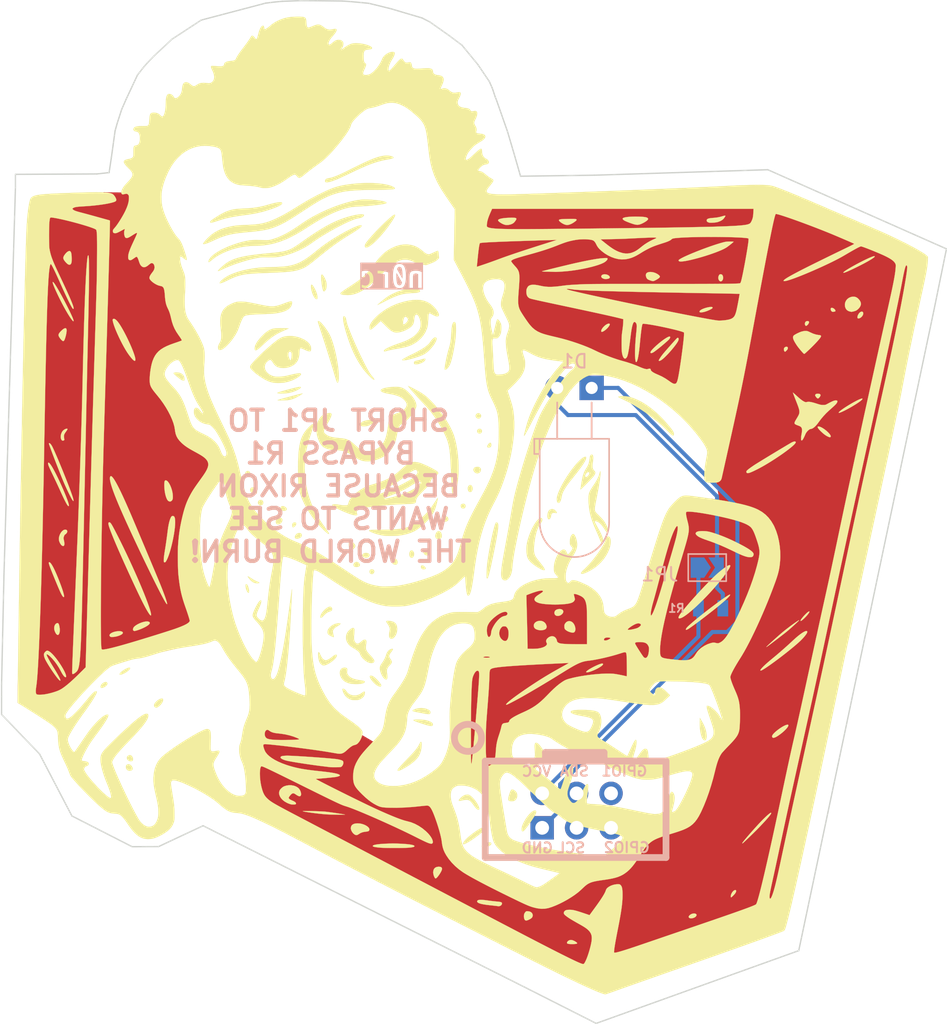
<source format=kicad_pcb>
(kicad_pcb (version 20211014) (generator pcbnew)
  (layers (0 "F.Cu" signal) (31 "B.Cu" signal) (34 "B.Paste" user) (35 "F.Paste" user) (36 "B.SilkS" user "B.Silkscreen") (37 "F.SilkS" user "F.Silkscreen") (38 "B.Mask" user) (39 "F.Mask" user) (44 "Edge.Cuts" user))
  (net 0 "")
  (net 5 "Net-(D1-Pad1)")
  (net 6 "Net-(D1-Pad2)")
  (net 7 "Net-(R1-Pad1)")
  (footprint "BadgePiratesFootprint:Badgelife-SAOv169-BADGE-2x3_Back" (layer "F.Cu") (at 120.25 117.75)
    (fp_text reference "X1" hide)
    (fp_text value locked "Badgelife_sao_connector_v169bis" hide)
    (fp_text user "GND" (at -2.5146 2.667) (layer "B.SilkS") (effects (font (size 0.75 0.75)) (justify mirror)))
    (fp_text user "SCL" (at -0.0254 2.667) (layer "B.SilkS") (effects (font (size 0.75 0.75)) (justify mirror)))
    (fp_text user "GPIO1" (at 3.9116 -2.9972) (layer "B.SilkS") (effects (font (size 0.75 0.75)) (justify mirror)))
    (fp_text user "VCC" (at -2.5654 -2.9718) (layer "B.SilkS") (effects (font (size 0.75 0.75)) (justify mirror)))
    (fp_text user "SDA" (at 0.2286 -2.9972) (layer "B.SilkS") (effects (font (size 0.75 0.75)) (justify mirror)))
    (fp_text user "GPIO2" (at 4.0894 2.6416) (layer "B.SilkS") (effects (font (size 0.75 0.75)) (justify mirror)))
    (pad "1" thru_hole oval locked (at -2.1498 -1.3516 270) (size 1.7272 1.7272) (drill 1.016) (layers *.Cu *.Mask) (net 7 "Net-(R1-Pad1)"))
    (pad "2" thru_hole rect locked (at -2.1498 1.1884 270) (size 1.7272 1.7272) (drill 1.016) (layers *.Cu *.Mask) (net 5 "Net-(D1-Pad1)"))
    (pad "3" thru_hole oval locked (at 0.3902 -1.3516 270) (size 1.7272 1.7272) (drill 1.016) (layers *.Cu *.Mask))
    (pad "4" thru_hole oval locked (at 0.3902 1.1884 270) (size 1.7272 1.7272) (drill 1.016) (layers *.Cu *.Mask))
    (pad "5" thru_hole circle locked (at 2.9302 -1.3516 270) (size 1.7272 1.7272) (drill 1.016) (layers *.Cu *.Mask))
    (pad "6" thru_hole circle locked (at 2.9302 1.1884 270) (size 1.7272 1.7272) (drill 1.016) (layers *.Cu *.Mask))
  )
  (footprint "LOGO" (layer "F.Cu") (at 111.204517 95.790781)
    (fp_text reference "G***" hide)
    (fp_text value "LOGO" hide)
  )
  (footprint "LOGO" (layer "F.Cu") (at 111.204517 95.790781)
    (fp_text reference "G***" hide)
    (fp_text value "LOGO" hide)
    (fp_poly (pts (xy 28.659666 -21.437729) (xy 29.090551 -21.24591) (xy 29.515339 -21.056783) (xy 29.932097 -20.871212) (xy 30.338893 -20.690056) (xy 30.733793 -20.514178) (xy 31.114864 -20.344439) (xy 31.480173 -20.181701) (xy 31.827788 -20.026824) (xy 32.155774 -19.880671) (xy 32.462199 -19.744103) (xy 32.74513 -19.617981) (xy 33.002634 -19.503167) (xy 33.232778 -19.400522) (xy 33.433628 -19.310907) (xy 33.603252 -19.235185) (xy 33.739716 -19.174216) (xy 33.841087 -19.128862) (xy 33.898416 -19.103143) (xy 34.047566 -19.036095) (xy 34.190426 -18.971943) (xy 34.320596 -18.913555) (xy 34.431672 -18.863802) (xy 34.517253 -18.825554) (xy 34.570936 -18.801679) (xy 34.572574 -18.800956) (xy 34.696398 -18.746298) (xy 34.682623 -18.660024) (xy 34.67459 -18.616649) (xy 34.657928 -18.532881) (xy 34.632853 -18.409727) (xy 34.599577 -18.248193) (xy 34.558315 -18.049286) (xy 34.509281 -17.814012) (xy 34.45269 -17.543379) (xy 34.388755 -17.238392) (xy 34.317691 -16.900059) (xy 34.239711 -16.529385) (xy 34.155031 -16.127378) (xy 34.063864 -15.695045) (xy 33.966424 -15.233391) (xy 33.862925 -14.743423) (xy 33.753583 -14.226148) (xy 33.63861 -13.682573) (xy 33.518221 -13.113704) (xy 33.39263 -12.520548) (xy 33.262051 -11.904111) (xy 33.126699 -11.2654) (xy 32.986787 -10.605422) (xy 32.842531 -9.925183) (xy 32.694143 -9.22569) (xy 32.541838 -8.507949) (xy 32.385831 -7.772967) (xy 32.226335 -7.021751) (xy 32.063564 -6.255307) (xy 31.897733 -5.474642) (xy 31.729057 -4.680762) (xy 31.557748 -3.874674) (xy 31.384021 -3.057385) (xy 31.208091 -2.229901) (xy 31.030172 -1.393229) (xy 30.850477 -0.548376) (xy 30.669221 0.303653) (xy 30.486618 1.16185) (xy 30.302883 2.025208) (xy 30.118228 2.892722) (xy 29.93287 3.763384) (xy 29.74702 4.636188) (xy 29.560895 5.510128) (xy 29.374708 6.384196) (xy 29.188673 7.257386) (xy 29.003004 8.128692) (xy 28.817916 8.997107) (xy 28.633623 9.861624) (xy 28.450338 10.721237) (xy 28.268276 11.574939) (xy 28.087652 12.421723) (xy 27.908679 13.260583) (xy 27.731571 14.090512) (xy 27.556543 14.910504) (xy 27.383809 15.719553) (xy 27.213582 16.51665) (xy 27.046078 17.300791) (xy 26.88151 18.070967) (xy 26.720093 18.826174) (xy 26.56204 19.565403) (xy 26.407566 20.287649) (xy 26.256885 20.991905) (xy 26.110211 21.677163) (xy 25.967758 22.342419) (xy 25.829741 22.986664) (xy 25.696373 23.608893) (xy 25.567869 24.208099) (xy 25.444443 24.783275) (xy 25.326309 25.333415) (xy 25.213682 25.857511) (xy 25.106774 26.354558) (xy 25.005801 26.823549) (xy 24.995561 26.871083) (xy 24.920758 27.218183) (xy 24.85431 27.52625) (xy 24.795693 27.797642) (xy 24.744387 28.034719) (xy 24.699867 28.239838) (xy 24.661613 28.415359) (xy 24.629102 28.563641) (xy 24.601812 28.687042) (xy 24.57922 28.787921) (xy 24.560803 28.868637) (xy 24.546041 28.931548) (xy 24.534409 28.979014) (xy 24.525387 29.013394) (xy 24.518452 29.037045) (xy 24.513081 29.052327) (xy 24.511988 29.054961) (xy 24.493173 29.083614) (xy 24.458145 29.114909) (xy 24.402751 29.151184) (xy 24.322839 29.194778) (xy 24.214255 29.248029) (xy 24.072848 29.313276) (xy 23.976553 29.35647) (xy 23.822131 29.424262) (xy 23.649492 29.498175) (xy 23.457527 29.578634) (xy 23.245129 29.666064) (xy 23.011191 29.760891) (xy 22.754604 29.86354) (xy 22.474261 29.974436) (xy 22.169055 30.094004) (xy 21.837877 30.22267) (xy 21.479621 30.360858) (xy 21.093178 30.508995) (xy 20.677441 30.667504) (xy 20.231303 30.836812) (xy 19.753655 31.017344) (xy 19.24339 31.209524) (xy 18.699401 31.413779) (xy 18.120579 31.630533) (xy 17.505817 31.860211) (xy 16.854008 32.103239) (xy 16.164044 32.360043) (xy 15.8115 32.491107) (xy 15.301252 32.680717) (xy 14.829279 32.856067) (xy 14.394186 33.017672) (xy 13.994576 33.166047) (xy 13.629053 33.301706) (xy 13.29622 33.425165) (xy 12.994683 33.536937) (xy 12.723044 33.637539) (xy 12.479907 33.727484) (xy 12.263877 33.807287) (xy 12.073557 33.877463) (xy 11.907551 33.938527) (xy 11.764463 33.990994) (xy 11.642897 34.035379) (xy 11.541457 34.072195) (xy 11.458747 34.101958) (xy 11.39337 34.125184) (xy 11.34393 34.142385) (xy 11.309032 34.154078) (xy 11.287278 34.160777) (xy 11.277274 34.162997) (xy 11.277106 34.163) (xy 11.250883 34.154156) (xy 11.192402 34.129374) (xy 11.107453 34.091272) (xy 11.001824 34.04247) (xy 10.881306 33.985589) (xy 10.816048 33.954349) (xy 10.672384 33.885143) (xy 10.52158 33.812283) (xy 10.362857 33.735383) (xy 10.195435 33.654055) (xy 10.018535 33.567913) (xy 9.831378 33.476569) (xy 9.633184 33.379636) (xy 9.423173 33.276727) (xy 9.200567 33.167455) (xy 8.964585 33.051433) (xy 8.714448 32.928274) (xy 8.449377 32.797591) (xy 8.168593 32.658997) (xy 7.871315 32.512105) (xy 7.556764 32.356527) (xy 7.224161 32.191877) (xy 6.872726 32.017767) (xy 6.50168 31.833811) (xy 6.110244 31.639621) (xy 5.697637 31.434811) (xy 5.263081 31.218993) (xy 4.805796 30.991781) (xy 4.325002 30.752786) (xy 3.819921 30.501623) (xy 3.289771 30.237903) (xy 2.733775 29.961241) (xy 2.151152 29.671249) (xy 1.541124 29.367539) (xy 0.90291 29.049725) (xy 0.235731 28.71742) (xy -0.461192 28.370237) (xy -1.188639 28.007789) (xy -1.947389 27.629687) (xy -2.738222 27.235547) (xy -3.561917 26.82498) (xy -4.419254 26.397599) (xy -5.311012 25.953017) (xy -6.237971 25.490848) (xy -7.200909 25.010704) (xy -8.200608 24.512198) (xy -8.640023 24.293072) (xy -13.459463 21.889698) (xy -13.48303 21.802175) (xy -13.498286 21.742928) (xy -13.520244 21.654172) (xy -13.547329 21.542594) (xy -13.577965 21.414885) (xy -13.610578 21.277732) (xy -13.643593 21.137825) (xy -13.675434 21.001853) (xy -13.704526 20.876505) (xy -13.729295 20.768469) (xy -13.748164 20.684436) (xy -13.75956 20.631093) (xy -13.762096 20.617069) (xy -13.765554 20.601275) (xy -13.774184 20.58641) (xy -13.791986 20.570639) (xy -13.82296 20.552132) (xy -13.871105 20.529054) (xy -13.940423 20.499573) (xy -14.034912 20.461855) (xy -14.158572 20.41407) (xy -14.315405 20.354382) (xy -14.430375 20.310852) (xy -14.583834 20.252799) (xy -14.583834 18.71192) (xy -14.838824 17.586878) (xy -14.886696 17.374677) (xy -14.931412 17.174545) (xy -14.97214 16.990345) (xy -15.008045 16.825942) (xy -15.038294 16.685198) (xy -15.062053 16.571977) (xy -15.078489 16.490143) (xy -15.086767 16.443559) (xy -15.087533 16.434328) (xy -15.069808 16.414118) (xy -15.023263 16.371747) (xy -14.952468 16.311075) (xy -14.861992 16.235964) (xy -14.756406 16.150274) (xy -14.665559 16.077831) (xy -14.530737 15.971869) (xy -14.417774 15.885483) (xy -14.317737 15.812797) (xy -14.221696 15.747939) (xy -14.120719 15.685035) (xy -14.005872 15.61821) (xy -13.868225 15.541592) (xy -13.761656 15.483407) (xy -13.273444 15.217971) (xy -9.93775 15.624217) (xy -8.974667 15.635307) (xy -8.738529 15.638212) (xy -8.539571 15.641178) (xy -8.372643 15.644439) (xy -8.232591 15.648229) (xy -8.114265 15.652785) (xy -8.012513 15.65834) (xy -7.922181 15.665129) (xy -7.83812 15.673387) (xy -7.755175 15.683348) (xy -7.672547 15.694628) (xy -7.333511 15.74286) (xy -7.021238 15.946513) (xy -6.918114 16.012705) (xy -6.825886 16.069908) (xy -6.750889 16.11435) (xy -6.699462 16.142259) (xy -6.679114 16.150166) (xy -6.657128 16.160567) (xy -6.603757 16.189834) (xy -6.523926 16.235067) (xy -6.422557 16.293365) (xy -6.304574 16.361825) (xy -6.174901 16.437549) (xy -6.03846 16.517633) (xy -5.900177 16.599177) (xy -5.764974 16.67928) (xy -5.637774 16.75504) (xy -5.523501 16.823557) (xy -5.42708 16.88193) (xy -5.353432 16.927256) (xy -5.307482 16.956636) (xy -5.294628 16.965968) (xy -5.304329 16.98359) (xy -5.336942 17.023512) (xy -5.385835 17.077708) (xy -5.395393 17.087875) (xy -5.50378 17.202478) (xy -5.823181 18.219422) (xy -6.142583 19.236365) (xy -5.969236 19.910474) (xy -5.927431 20.072472) (xy -5.888843 20.220902) (xy -5.854758 20.350911) (xy -5.82646 20.457643) (xy -5.805232 20.536243) (xy -5.792359 20.581856) (xy -5.789074 20.591523) (xy -5.767533 20.596498) (xy -5.708271 20.608163) (xy -5.615246 20.625786) (xy -5.492416 20.648637) (xy -5.343739 20.675985) (xy -5.173171 20.7071) (xy -4.98467 20.741251) (xy -4.782195 20.777707) (xy -4.728636 20.787314) (xy -3.675012 20.976166) (xy -1.924893 20.976166) (xy -1.269657 21.203708) (xy -0.614422 21.43125) (xy -0.613834 23.240434) (xy -0.32795 23.855898) (xy -0.251684 24.018438) (xy -0.174766 24.179373) (xy -0.100624 24.331744) (xy -0.032687 24.468593) (xy 0.025618 24.582964) (xy 0.07086 24.667898) (xy 0.081588 24.686972) (xy 0.188745 24.875774) (xy 0.273648 25.029736) (xy 0.336754 25.149746) (xy 0.378521 25.236689) (xy 0.399406 25.291451) (xy 0.402166 25.307547) (xy 0.389613 25.335635) (xy 0.348664 25.368973) (xy 0.27439 25.411237) (xy 0.239515 25.428865) (xy 0.076864 25.509347) (xy 0.752807 25.852846) (xy 0.854168 25.904374) (xy 0.990356 25.973637) (xy 1.158473 26.059159) (xy 1.355621 26.159466) (xy 1.578903 26.273083) (xy 1.825421 26.398535) (xy 2.092278 26.534348) (xy 2.376575 26.679046) (xy 2.675416 26.831156) (xy 2.985902 26.989202) (xy 3.305137 27.15171) (xy 3.630221 27.317205) (xy 3.958258 27.484212) (xy 4.102894 27.55785) (xy 6.777038 28.919356) (xy 7.299381 28.770985) (xy 7.509938 28.709065) (xy 7.70242 28.648281) (xy 7.870146 28.590872) (xy 8.006434 28.539073) (xy 8.059503 28.516512) (xy 8.273994 28.408305) (xy 8.504303 28.269014) (xy 8.743434 28.103214) (xy 8.984391 27.915483) (xy 9.006416 27.897261) (xy 9.375633 27.614897) (xy 9.758449 27.370061) (xy 10.152624 27.163964) (xy 10.555917 26.997817) (xy 10.838405 26.907081) (xy 10.955992 26.873976) (xy 11.053603 26.847734) (xy 11.141917 26.825985) (xy 11.231612 26.806364) (xy 11.333365 26.786503) (xy 11.457855 26.764034) (xy 11.578166 26.743079) (xy 11.855865 26.687368) (xy 12.099241 26.620614) (xy 12.315643 26.53924) (xy 12.512417 26.439668) (xy 12.696912 26.31832) (xy 12.876476 26.171619) (xy 13.008494 26.046632) (xy 13.11306 25.937175) (xy 13.2216 25.812602) (xy 13.337223 25.668863) (xy 13.46304 25.501905) (xy 13.602163 25.307677) (xy 13.757701 25.082128) (xy 13.822051 24.986925) (xy 13.92473 24.836834) (xy 14.025199 24.694693) (xy 14.118928 24.566631) (xy 14.201386 24.458775) (xy 14.26804 24.377253) (xy 14.29542 24.346808) (xy 14.367335 24.274661) (xy 14.442927 24.206904) (xy 14.525126 24.142154) (xy 14.616864 24.079032) (xy 14.721074 24.016155) (xy 14.840687 23.952142) (xy 14.978635 23.885612) (xy 15.137849 23.815184) (xy 15.321261 23.739476) (xy 15.531803 23.657106) (xy 15.772408 23.566695) (xy 16.046006 23.466859) (xy 16.355529 23.356218) (xy 16.525122 23.296258) (xy 16.725925 23.225376) (xy 16.890977 23.1667) (xy 17.024476 23.118438) (xy 17.130623 23.078797) (xy 17.213617 23.045983) (xy 17.277659 23.018204) (xy 17.326948 22.993667) (xy 17.365683 22.970579) (xy 17.398065 22.947148) (xy 17.428294 22.92158) (xy 17.450808 22.901094) (xy 17.493926 22.858709) (xy 17.536791 22.810401) (xy 17.580624 22.753733) (xy 17.626646 22.686268) (xy 17.676077 22.605569) (xy 17.730139 22.509201) (xy 17.790052 22.394725) (xy 17.857036 22.259705) (xy 17.932312 22.101704) (xy 18.017101 21.918286) (xy 18.112624 21.707014) (xy 18.2201 21.465451) (xy 18.340752 21.19116) (xy 18.475799 20.881705) (xy 18.56351 20.679833) (xy 18.749157 20.255943) (xy 18.922195 19.869274) (xy 19.083996 19.517088) (xy 19.235931 19.196647) (xy 19.379372 18.905213) (xy 19.515692 18.640049) (xy 19.646262 18.398417) (xy 19.772454 18.177581) (xy 19.895641 17.974801) (xy 20.000899 17.81175) (xy 20.05192 17.738104) (xy 20.124211 17.638142) (xy 20.212679 17.518677) (xy 20.312236 17.386519) (xy 20.417793 17.24848) (xy 20.524155 17.111503) (xy 20.906739 16.622922) (xy 20.857824 15.969477) (xy 20.834829 15.674898) (xy 20.812088 15.413603) (xy 20.788395 15.17657) (xy 20.762548 14.954775) (xy 20.733343 14.739194) (xy 20.699576 14.520804) (xy 20.660044 14.290582) (xy 20.613542 14.039504) (xy 20.571355 13.821833) (xy 20.517917 13.559973) (xy 20.464237 13.315792) (xy 20.411212 13.092509) (xy 20.359735 12.893344) (xy 20.310703 12.721519) (xy 20.265009 12.580253) (xy 20.223548 12.472767) (xy 20.187216 12.402281) (xy 20.171207 12.381874) (xy 20.135876 12.360788) (xy 20.064696 12.330156) (xy 19.962636 12.291666) (xy 19.834662 12.247004) (xy 19.685743 12.197856) (xy 19.520846 12.14591) (xy 19.34494 12.092851) (xy 19.177 12.04432) (xy 18.97125 11.988573) (xy 18.771373 11.939878) (xy 18.573007 11.897813) (xy 18.371792 11.861955) (xy 18.163364 11.831879) (xy 17.943364 11.807163) (xy 17.707429 11.787382) (xy 17.451197 11.772115) (xy 17.170308 11.760937) (xy 16.8604 11.753426) (xy 16.51711 11.749157) (xy 16.136079 11.747707) (xy 16.1211 11.747702) (xy 15.234784 11.7475) (xy 14.064254 12.886246) (xy 12.858252 12.952217) (xy 12.459319 12.974288) (xy 12.099697 12.994753) (xy 11.776405 13.013853) (xy 11.486461 13.031825) (xy 11.226882 13.048908) (xy 10.994688 13.065342) (xy 10.786897 13.081364) (xy 10.600526 13.097214) (xy 10.432594 13.11313) (xy 10.28012 13.129351) (xy 10.140121 13.146116) (xy 10.009615 13.163663) (xy 9.885621 13.182232) (xy 9.789583 13.197902) (xy 9.517479 13.250262) (xy 9.282691 13.309877) (xy 9.080546 13.378612) (xy 8.906371 13.45833) (xy 8.755493 13.550895) (xy 8.62324 13.658171) (xy 8.614067 13.666743) (xy 8.537964 13.742901) (xy 8.469577 13.822246) (xy 8.404018 13.911993) (xy 8.336396 14.019357) (xy 8.261822 14.151554) (xy 8.179198 14.308433) (xy 8.086066 14.475797) (xy 7.99317 14.6103) (xy 7.891814 14.720459) (xy 7.773302 14.814792) (xy 7.628937 14.901818) (xy 7.513981 14.960008) (xy 7.363516 15.028694) (xy 7.179581 15.106833) (xy 6.969275 15.191788) (xy 6.7397 15.28092) (xy 6.497955 15.371591) (xy 6.251138 15.46116) (xy 6.006351 15.546991) (xy 5.770692 15.626443) (xy 5.551262 15.696879) (xy 5.439976 15.730846) (xy 5.26325 15.787235) (xy 5.121416 15.841465) (xy 5.007429 15.897154) (xy 4.914242 15.957925) (xy 4.83481 16.027397) (xy 4.807779 16.055723) (xy 4.74176 16.134991) (xy 4.680706 16.224409) (xy 4.62312 16.32789) (xy 4.567505 16.449349) (xy 4.512364 16.592698) (xy 4.4562 16.761851) (xy 4.397517 16.960721) (xy 4.334817 17.193221) (xy 4.266605 17.463265) (xy 4.261587 17.483666) (xy 4.195922 17.742058) (xy 4.134078 17.964491) (xy 4.073709 18.156887) (xy 4.012468 18.325169) (xy 3.94801 18.475259) (xy 3.87799 18.613079) (xy 3.800062 18.744553) (xy 3.711879 18.875602) (xy 3.708286 18.880666) (xy 3.541165 19.088869) (xy 3.360064 19.264881) (xy 3.16805 19.407195) (xy 2.968194 19.514307) (xy 2.763565 19.58471) (xy 2.557233 19.6169) (xy 2.352266 19.60937) (xy 2.258233 19.591907) (xy 2.139396 19.559554) (xy 2.031324 19.519165) (xy 1.927501 19.466574) (xy 1.82141 19.397621) (xy 1.706535 19.308142) (xy 1.576359 19.193975) (xy 1.45017 19.075711) (xy 1.222528 18.858006) (xy 1.268015 17.001378) (xy 1.283312 16.395027) (xy 1.298497 15.829976) (xy 1.313624 15.305192) (xy 1.328743 14.819642) (xy 1.343907 14.372294) (xy 1.359167 13.962115) (xy 1.374576 13.58807) (xy 1.390185 13.249129) (xy 1.406047 12.944257) (xy 1.422214 12.672422) (xy 1.438737 12.43259) (xy 1.455669 12.22373) (xy 1.473061 12.044807) (xy 1.490965 11.89479) (xy 1.509433 11.772645) (xy 1.528518 11.677339) (xy 1.537676 11.641666) (xy 1.584598 11.509627) (xy 1.658474 11.34954) (xy 1.757518 11.164442) (xy 1.879947 10.957369) (xy 2.023976 10.731357) (xy 2.187821 10.489445) (xy 2.342562 10.271897) (xy 2.45193 10.116262) (xy 2.534705 9.983345) (xy 2.59293 9.864686) (xy 2.628645 9.751824) (xy 2.643894 9.636298) (xy 2.640718 9.509646) (xy 2.621159 9.363409) (xy 2.594971 9.22606) (xy 2.559284 9.026016) (xy 2.542438 8.852306) (xy 2.545493 8.692847) (xy 2.569509 8.535555) (xy 2.615546 8.368347) (xy 2.684664 8.179139) (xy 2.687419 8.172208) (xy 2.771105 7.970571) (xy 2.848909 7.804354) (xy 2.925354 7.667944) (xy 3.004961 7.555726) (xy 3.09225 7.462085) (xy 3.191745 7.381406) (xy 3.307965 7.308076) (xy 3.438095 7.240051) (xy 3.54256 7.190936) (xy 3.674472 7.131765) (xy 3.821804 7.067773) (xy 3.972527 7.004195) (xy 4.09575 6.953817) (xy 4.32932 6.858255) (xy 4.526225 6.77344) (xy 4.690122 6.697226) (xy 4.824668 6.627467) (xy 4.933519 6.562018) (xy 5.020333 6.498732) (xy 5.088768 6.435465) (xy 5.142479 6.370071) (xy 5.173523 6.321448) (xy 5.196723 6.272473) (xy 5.229413 6.191712) (xy 5.268355 6.087751) (xy 5.310313 5.969178) (xy 5.343778 5.869864) (xy 5.386874 5.740091) (xy 5.419823 5.645036) (xy 5.445275 5.579064) (xy 5.465881 5.53654) (xy 5.484291 5.511828) (xy 5.503156 5.499295) (xy 5.520464 5.494227) (xy 5.589298 5.48076) (xy 5.693099 5.461671) (xy 5.825049 5.438119) (xy 5.978328 5.411263) (xy 6.146116 5.382259) (xy 6.321594 5.352266) (xy 6.497944 5.322443) (xy 6.668345 5.293948) (xy 6.825978 5.267938) (xy 6.964024 5.245572) (xy 7.075664 5.228008) (xy 7.154078 5.216405) (xy 7.164916 5.214936) (xy 7.330808 5.196598) (xy 7.492263 5.186987) (xy 7.655267 5.186674) (xy 7.825804 5.196231) (xy 8.009861 5.21623) (xy 8.213424 5.247243) (xy 8.442478 5.289841) (xy 8.703009 5.344597) (xy 8.838631 5.37483) (xy 9.080394 5.430955) (xy 9.285501 5.482388) (xy 9.459056 5.53138) (xy 9.606164 5.580182) (xy 9.731928 5.631042) (xy 9.841454 5.686212) (xy 9.939845 5.747942) (xy 10.032206 5.818482) (xy 10.12364 5.900081) (xy 10.199453 5.974737) (xy 10.390054 6.191824) (xy 10.564941 6.436837) (xy 10.717566 6.69883) (xy 10.841382 6.966855) (xy 10.911247 7.164746) (xy 10.986975 7.37821) (xy 11.076749 7.556819) (xy 11.186265 7.707221) (xy 11.321217 7.836063) (xy 11.487301 7.949991) (xy 11.664027 8.043333) (xy 11.759179 8.087327) (xy 11.829847 8.115155) (xy 11.88904 8.130308) (xy 11.949765 8.136277) (xy 12.012083 8.136739) (xy 12.069955 8.134448) (xy 12.128648 8.128158) (xy 12.191443 8.116565) (xy 12.261618 8.098361) (xy 12.342453 8.072239) (xy 12.437229 8.036893) (xy 12.549226 7.991015) (xy 12.681721 7.9333) (xy 12.837997 7.862439) (xy 13.021332 7.777127) (xy 13.235006 7.676057) (xy 13.482299 7.557921) (xy 13.568119 7.516756) (xy 14.150488 7.237207) (xy 14.391006 6.629562) (xy 14.483354 6.389808) (xy 14.584692 6.115047) (xy 14.693044 5.811161) (xy 14.806438 5.484032) (xy 14.922897 5.13954) (xy 15.040447 4.783567) (xy 15.157115 4.421996) (xy 15.270925 4.060708) (xy 15.379902 3.705584) (xy 15.440613 3.503083) (xy 15.56913 3.072671) (xy 15.687734 2.680715) (xy 15.797376 2.324757) (xy 15.899005 2.002338) (xy 15.993572 1.710997) (xy 16.082026 1.448276) (xy 16.165316 1.211715) (xy 16.244394 0.998854) (xy 16.320207 0.807236) (xy 16.393707 0.634399) (xy 16.465842 0.477886) (xy 16.537563 0.335236) (xy 16.609819 0.203991) (xy 16.68356 0.08169) (xy 16.759737 -0.034125) (xy 16.839297 -0.145914) (xy 16.861143 -0.175273) (xy 16.94197 -0.275451) (xy 17.039504 -0.384541) (xy 17.14701 -0.496101) (xy 17.257752 -0.603685) (xy 17.364994 -0.700849) (xy 17.461999 -0.781151) (xy 17.542033 -0.838146) (xy 17.571534 -0.854881) (xy 17.638252 -0.882291) (xy 17.713084 -0.900189) (xy 17.80158 -0.908519) (xy 17.909289 -0.907224) (xy 18.041761 -0.896249) (xy 18.204545 -0.875537) (xy 18.393833 -0.846546) (xy 18.537565 -0.824633) (xy 18.685707 -0.804312) (xy 18.825809 -0.787139) (xy 18.945424 -0.774666) (xy 19.010549 -0.76955) (xy 19.11213 -0.762872) (xy 19.17975 -0.761713) (xy 19.221779 -0.772162) (xy 19.246587 -0.80031) (xy 19.262541 -0.852248) (xy 19.278012 -0.934065) (xy 19.284482 -0.968891) (xy 19.299973 -1.039206) (xy 19.315397 -1.091101) (xy 19.326305 -1.111954) (xy 19.352145 -1.112595) (xy 19.411817 -1.107356) (xy 19.497362 -1.097128) (xy 19.600821 -1.0828) (xy 19.641509 -1.07672) (xy 19.749042 -1.061258) (xy 19.841102 -1.04976) (xy 19.909888 -1.043066) (xy 19.947601 -1.042018) (xy 19.952131 -1.043243) (xy 19.951818 -1.066365) (xy 19.945114 -1.125958) (xy 19.932777 -1.216769) (xy 19.915564 -1.333544) (xy 19.894231 -1.471028) (xy 19.869537 -1.623969) (xy 19.860948 -1.67592) (xy 19.757753 -2.296584) (xy 19.635269 -2.302975) (xy 19.566798 -2.307487) (xy 19.531477 -2.31533) (xy 19.520166 -2.331749) (xy 19.523727 -2.361991) (xy 19.524653 -2.366475) (xy 19.550926 -2.509612) (xy 19.577453 -2.684127) (xy 19.603204 -2.880195) (xy 19.627151 -3.087991) (xy 19.648264 -3.297693) (xy 19.665514 -3.499475) (xy 19.677872 -3.683514) (xy 19.684308 -3.839984) (xy 19.685 -3.897158) (xy 19.679146 -4.118546) (xy 19.660225 -4.324953) (xy 19.626193 -4.521987) (xy 19.575008 -4.715255) (xy 19.504626 -4.910363) (xy 19.413005 -5.112919) (xy 19.298102 -5.32853) (xy 19.157875 -5.562803) (xy 18.99028 -5.821346) (xy 18.976463 -5.842) (xy 18.723625 -6.211604) (xy 18.482784 -6.546579) (xy 18.249547 -6.851333) (xy 18.019526 -7.130272) (xy 17.788328 -7.3878) (xy 17.551564 -7.628324) (xy 17.304842 -7.856248) (xy 17.043771 -8.07598) (xy 16.763961 -8.291925) (xy 16.461021 -8.508488) (xy 16.13056 -8.730075) (xy 16.039034 -8.789412) (xy 15.623929 -9.052265) (xy 15.219089 -9.299536) (xy 14.8276 -9.529532) (xy 14.452549 -9.740563) (xy 14.097023 -9.930935) (xy 13.764106 -10.098957) (xy 13.456886 -10.242936) (xy 13.178448 -10.361181) (xy 13.156597 -10.369837) (xy 12.867774 -10.478821) (xy 12.541091 -10.593517) (xy 12.180469 -10.712828) (xy 11.789829 -10.835654) (xy 11.373092 -10.960897) (xy 10.934181 -11.087458) (xy 10.477015 -11.214241) (xy 10.005518 -11.340145) (xy 9.523609 -11.464073) (xy 9.03521 -11.584927) (xy 8.544243 -11.701607) (xy 8.054629 -11.813016) (xy 7.821083 -11.864333) (xy 7.41834 -11.953506) (xy 7.053758 -12.038008) (xy 6.723552 -12.118877) (xy 6.423936 -12.197152) (xy 6.151125 -12.273871) (xy 5.901334 -12.350073) (xy 5.670777 -12.426797) (xy 5.455669 -12.505081) (xy 5.381625 -12.533711) (xy 4.995333 -12.685445) (xy 4.996381 -12.803848) (xy 4.997637 -12.862807) (xy 5.000494 -12.954954) (xy 5.004627 -13.071188) (xy 5.009714 -13.202406) (xy 5.015237 -13.335) (xy 5.023459 -13.632601) (xy 5.020026 -13.898671) (xy 5.003756 -14.142694) (xy 4.97347 -14.374157) (xy 4.927987 -14.602545) (xy 4.866126 -14.837344) (xy 4.803167 -15.038848) (xy 4.765246 -15.154749) (xy 4.732678 -15.259073) (xy 4.705127 -15.35599) (xy 4.682255 -15.449669) (xy 4.663725 -15.544282) (xy 4.649199 -15.643997) (xy 4.638341 -15.752985) (xy 4.630814 -15.875417) (xy 4.626279 -16.015462) (xy 4.6244 -16.17729) (xy 4.624839 -16.365071) (xy 4.62726 -16.582976) (xy 4.631324 -16.835174) (xy 4.636256 -17.102667) (xy 4.646083 -17.62125) (xy 4.586527 -17.790584) (xy 4.536455 -17.915016) (xy 4.468996 -18.056931) (xy 4.389304 -18.207553) (xy 4.302532 -18.358109) (xy 4.213833 -18.499823) (xy 4.12836 -18.623921) (xy 4.051266 -18.72163) (xy 4.019848 -18.755485) (xy 3.964283 -18.806405) (xy 3.923107 -18.829981) (xy 3.884739 -18.832301) (xy 3.876586 -18.830793) (xy 3.846177 -18.820374) (xy 3.780849 -18.795171) (xy 3.684688 -18.756848) (xy 3.561783 -18.707071) (xy 3.416221 -18.647503) (xy 3.25209 -18.579809) (xy 3.073476 -18.505655) (xy 2.88925 -18.428707) (xy 1.957916 -18.038571) (xy 1.952396 -18.950661) (xy 1.946877 -19.862751) (xy 2.183584 -21.046409) (xy 2.420291 -22.230068) (xy 2.771187 -22.536475) (xy 2.886455 -22.637376) (xy 2.975255 -22.713983) (xy 3.043659 -22.769083) (xy 3.097739 -22.805464) (xy 3.143565 -22.825913) (xy 3.187209 -22.833218) (xy 3.234741 -22.830165) (xy 3.292233 -22.819541) (xy 3.357752 -22.805762) (xy 3.424088 -22.792191) (xy 3.48012 -22.96044) (xy 3.536152 -23.12869) (xy 4.493284 -23.142897) (xy 4.722589 -23.146415) (xy 4.984081 -23.150622) (xy 5.267627 -23.155342) (xy 5.563089 -23.160403) (xy 5.860331 -23.165628) (xy 6.149218 -23.170843) (xy 6.419614 -23.175873) (xy 6.551083 -23.178387) (xy 6.974904 -23.186604) (xy 7.437608 -23.195616) (xy 7.935754 -23.205354) (xy 8.465899 -23.215749) (xy 9.024602 -23.226734) (xy 9.608421 -23.238239) (xy 10.213915 -23.250196) (xy 10.837641 -23.262537) (xy 11.476159 -23.275194) (xy 12.126027 -23.288097) (xy 12.783802 -23.301179) (xy 13.446044 -23.31437) (xy 14.10931 -23.327603) (xy 14.77016 -23.340809) (xy 15.42515 -23.35392) (xy 16.070841 -23.366866) (xy 16.703789 -23.37958) (xy 17.320553 -23.391993) (xy 17.917693 -23.404037) (xy 18.491765 -23.415642) (xy 19.039328 -23.426742) (xy 19.2405 -23.430828) (xy 19.659629 -23.439341) (xy 20.070165 -23.447669) (xy 20.469869 -23.455766) (xy 20.856503 -23.463588) (xy 21.227829 -23.471089) (xy 21.581609 -23.478225) (xy 21.915605 -23.484951) (xy 22.227579 -23.491221) (xy 22.515292 -23.496991) (xy 22.776506 -23.502217) (xy 23.008984 -23.506852) (xy 23.210487 -23.510852) (xy 23.378777 -23.514173) (xy 23.511616 -23.516769) (xy 23.606765 -23.518595) (xy 23.661987 -23.519606) (xy 23.664333 -23.519646) (xy 23.97125 -23.524786) (xy 28.659666 -21.437729)) (layer "F.Cu") (width 0.01) (fill solid))
    (fp_poly (pts (xy -25.419185 -23.720874) (xy -25.385492 -23.717378) (xy -25.315296 -23.714193) (xy -25.214427 -23.711442) (xy -25.088715 -23.709245) (xy -24.943988 -23.707723) (xy -24.786079 -23.706997) (xy -24.749125 -23.706956) (xy -24.56601 -23.706553) (xy -24.421207 -23.70541) (xy -24.310696 -23.70334) (xy -24.23046 -23.700157) (xy -24.17648 -23.695673) (xy -24.144737 -23.689703) (xy -24.131215 -23.682059) (xy -24.13 -23.678198) (xy -24.11549 -23.643749) (xy -24.087188 -23.610983) (xy -24.059938 -23.589669) (xy -24.032265 -23.582822) (xy -23.990329 -23.59015) (xy -23.931869 -23.607703) (xy -23.831421 -23.634409) (xy -23.757074 -23.640191) (xy -23.697749 -23.624372) (xy -23.647027 -23.59025) (xy -23.592582 -23.554897) (xy -23.528744 -23.539509) (xy -23.47607 -23.537334) (xy -23.415077 -23.534536) (xy -23.376131 -23.527367) (xy -23.368518 -23.521459) (xy -23.373492 -23.490462) (xy -23.386587 -23.425938) (xy -23.406201 -23.335563) (xy -23.421492 -23.267459) (xy -23.440177 -23.230289) (xy -23.459509 -23.219834) (xy -23.467591 -23.210934) (xy -23.470946 -23.181474) (xy -23.4693 -23.127313) (xy -23.46238 -23.044308) (xy -23.449911 -22.928319) (xy -23.43162 -22.775205) (xy -23.428369 -22.748875) (xy -23.370028 -22.277917) (xy -22.849244 -20.500494) (xy -22.771584 -20.235564) (xy -22.697335 -19.982513) (xy -22.627357 -19.744254) (xy -22.562509 -19.523703) (xy -22.50365 -19.323772) (xy -22.451639 -19.147377) (xy -22.407336 -18.997431) (xy -22.371599 -18.876849) (xy -22.345288 -18.788545) (xy -22.329261 -18.735432) (xy -22.324356 -18.72012) (xy -22.303619 -18.714019) (xy -22.248339 -18.698793) (xy -22.164888 -18.67617) (xy -22.059642 -18.647877) (xy -21.938975 -18.615642) (xy -21.931716 -18.613709) (xy -21.543181 -18.51025) (xy -21.546397 -18.185218) (xy -21.550613 -18.006342) (xy -21.560877 -17.855301) (xy -21.579479 -17.717766) (xy -21.608706 -17.579404) (xy -21.650848 -17.425886) (xy -21.685731 -17.31282) (xy -21.685972 -17.290829) (xy -21.667632 -17.268521) (xy -21.624398 -17.2412) (xy -21.549954 -17.204165) (xy -21.522502 -17.191343) (xy -21.456613 -17.158993) (xy -21.369779 -17.113768) (xy -21.269448 -17.059835) (xy -21.163068 -17.001363) (xy -21.058088 -16.942519) (xy -20.961954 -16.887472) (xy -20.882115 -16.84039) (xy -20.826019 -16.80544) (xy -20.802736 -16.788546) (xy -20.796328 -16.764708) (xy -20.785523 -16.704322) (xy -20.771142 -16.612849) (xy -20.754004 -16.495751) (xy -20.734932 -16.35849) (xy -20.714747 -16.206527) (xy -20.711559 -16.181917) (xy -20.689537 -16.012775) (xy -20.670521 -15.873437) (xy -20.652729 -15.755415) (xy -20.634377 -15.650223) (xy -20.613682 -15.549375) (xy -20.588862 -15.444382) (xy -20.558133 -15.326759) (xy -20.519713 -15.188018) (xy -20.471819 -15.019673) (xy -20.455209 -14.961684) (xy -20.394846 -14.754004) (xy -20.341458 -14.577862) (xy -20.291752 -14.423725) (xy -20.242436 -14.282062) (xy -20.190215 -14.14334) (xy -20.131797 -13.998029) (xy -20.077695 -13.869) (xy -19.880035 -13.403882) (xy -19.516037 -12.911552) (xy -19.410936 -12.769155) (xy -19.32872 -12.656792) (xy -19.266983 -12.570548) (xy -19.223315 -12.50651) (xy -19.195311 -12.460765) (xy -19.180562 -12.429398) (xy -19.17666 -12.408497) (xy -19.181198 -12.394148) (xy -19.190978 -12.383166) (xy -19.218441 -12.359442) (xy -19.273297 -12.31342) (xy -19.35015 -12.249576) (xy -19.443604 -12.172387) (xy -19.548263 -12.086331) (xy -19.588604 -12.053256) (xy -19.94729 -11.759404) (xy -20.67612 -11.58875) (xy -21.00606 -11.157378) (xy -21.120764 -11.005706) (xy -21.209542 -10.884363) (xy -21.273769 -10.791322) (xy -21.314818 -10.724557) (xy -21.334063 -10.682041) (xy -21.335977 -10.670545) (xy -21.333321 -10.630465) (xy -21.326029 -10.557394) (xy -21.315085 -10.460299) (xy -21.301474 -10.348147) (xy -21.294843 -10.295942) (xy -21.253732 -9.976801) (xy -21.010816 -9.52762) (xy -20.931656 -9.384708) (xy -20.847676 -9.23911) (xy -20.764456 -9.100082) (xy -20.687573 -8.976881) (xy -20.622606 -8.878763) (xy -20.603619 -8.851928) (xy -20.530421 -8.750905) (xy -20.442047 -8.628791) (xy -20.348082 -8.498834) (xy -20.258105 -8.374284) (xy -20.229905 -8.335217) (xy -20.020472 -8.045017) (xy -19.765722 -7.245134) (xy -19.510972 -6.44525) (xy -19.288961 -6.093385) (xy -19.06695 -5.741519) (xy -18.672184 -5.448306) (xy -18.531119 -5.346202) (xy -18.366162 -5.231134) (xy -18.189901 -5.111616) (xy -18.014926 -4.99616) (xy -17.853827 -4.893277) (xy -17.822334 -4.873693) (xy -17.697268 -4.795758) (xy -17.584017 -4.724041) (xy -17.48764 -4.661838) (xy -17.413192 -4.612443) (xy -17.365733 -4.579153) (xy -17.350556 -4.566271) (xy -17.340927 -4.538324) (xy -17.323951 -4.475816) (xy -17.301327 -4.385541) (xy -17.274752 -4.274293) (xy -17.245923 -4.148868) (xy -17.242675 -4.134443) (xy -17.151489 -3.728635) (xy -17.305532 -3.011624) (xy -17.459575 -2.294612) (xy -18.01915 -1.290181) (xy -18.578724 -0.28575) (xy -18.879588 2.64744) (xy -18.624606 4.428595) (xy -18.369624 6.209749) (xy -17.737941 7.713916) (xy -17.637924 7.952673) (xy -17.543142 8.180093) (xy -17.454819 8.393167) (xy -17.374179 8.58889) (xy -17.302445 8.764253) (xy -17.240842 8.916251) (xy -17.190593 9.041875) (xy -17.152921 9.138118) (xy -17.129051 9.201974) (xy -17.120206 9.230435) (xy -17.120337 9.231606) (xy -17.142283 9.237881) (xy -17.203119 9.25305) (xy -17.300466 9.27656) (xy -17.431951 9.307855) (xy -17.595196 9.346381) (xy -17.787825 9.391583) (xy -18.007463 9.442908) (xy -18.251732 9.499798) (xy -18.518257 9.561702) (xy -18.804661 9.628062) (xy -19.108569 9.698326) (xy -19.427603 9.771938) (xy -19.759389 9.848343) (xy -19.959938 9.894457) (xy -22.785459 10.543784) (xy -23.873697 10.870447) (xy -24.961936 11.197111) (xy -25.392053 11.544209) (xy -25.822171 11.891307) (xy -27.013377 13.185468) (xy -28.204584 14.47963) (xy -28.533051 15.087356) (xy -28.613282 15.235708) (xy -28.687786 15.373301) (xy -28.75399 15.495394) (xy -28.809322 15.59725) (xy -28.851208 15.67413) (xy -28.877075 15.721295) (xy -28.883783 15.73327) (xy -28.892727 15.7414) (xy -28.908488 15.741457) (xy -28.934439 15.731203) (xy -28.97395 15.7084) (xy -29.030395 15.67081) (xy -29.107144 15.616196) (xy -29.207569 15.542319) (xy -29.335043 15.446942) (xy -29.480558 15.337185) (xy -29.615503 15.235355) (xy -29.731767 15.148397) (xy -29.834609 15.072935) (xy -29.929292 15.00559) (xy -30.021075 14.942987) (xy -30.115219 14.881749) (xy -30.216985 14.818498) (xy -30.331633 14.749858) (xy -30.464425 14.672453) (xy -30.620621 14.582905) (xy -30.805481 14.477838) (xy -30.923701 14.41084) (xy -31.792334 13.918767) (xy -31.792322 13.706258) (xy -31.791825 13.67477) (xy -31.790353 13.60196) (xy -31.787927 13.488828) (xy -31.784572 13.336374) (xy -31.780311 13.145597) (xy -31.775166 12.917498) (xy -31.769162 12.653075) (xy -31.762321 12.35333) (xy -31.754667 12.019261) (xy -31.746223 11.651868) (xy -31.737013 11.252151) (xy -31.727058 10.821111) (xy -31.716384 10.359745) (xy -31.705012 9.869055) (xy -31.692967 9.350041) (xy -31.680272 8.803701) (xy -31.666949 8.231035) (xy -31.653022 7.633044) (xy -31.638515 7.010728) (xy -31.62345 6.365085) (xy -31.607852 5.697116) (xy -31.591742 5.00782) (xy -31.575145 4.298197) (xy -31.558084 3.569248) (xy -31.540581 2.821971) (xy -31.522661 2.057366) (xy -31.504346 1.276434) (xy -31.48566 0.480174) (xy -31.466626 -0.330415) (xy -31.447267 -1.154332) (xy -31.427607 -1.990577) (xy -31.407668 -2.838152) (xy -31.387475 -3.696056) (xy -31.37906 -4.053417) (xy -30.96581 -21.600584) (xy -30.841195 -22.46478) (xy -30.814098 -22.651058) (xy -30.788468 -22.824116) (xy -30.764999 -22.979505) (xy -30.744384 -23.112776) (xy -30.727314 -23.21948) (xy -30.714482 -23.295169) (xy -30.706581 -23.335393) (xy -30.70482 -23.340737) (xy -30.68247 -23.342633) (xy -30.620618 -23.344976) (xy -30.522095 -23.347712) (xy -30.389728 -23.350791) (xy -30.226347 -23.35416) (xy -30.034781 -23.357768) (xy -29.817859 -23.361563) (xy -29.57841 -23.365492) (xy -29.319264 -23.369505) (xy -29.043248 -23.373549) (xy -28.753193 -23.377573) (xy -28.538655 -23.38041) (xy -28.219795 -23.384581) (xy -27.898743 -23.388857) (xy -27.579847 -23.393175) (xy -27.267456 -23.397473) (xy -26.965919 -23.40169) (xy -26.679584 -23.405763) (xy -26.4128 -23.409631) (xy -26.169916 -23.413231) (xy -25.955281 -23.416501) (xy -25.773242 -23.41938) (xy -25.62815 -23.421806) (xy -25.599528 -23.422309) (xy -24.814805 -23.436295) (xy -24.792331 -23.495836) (xy -24.781496 -23.531833) (xy -24.788556 -23.555358) (xy -24.82119 -23.576611) (xy -24.869358 -23.598181) (xy -24.976919 -23.634164) (xy -25.108417 -23.662847) (xy -25.245642 -23.68086) (xy -25.340543 -23.685341) (xy -25.402562 -23.690268) (xy -25.445687 -23.702562) (xy -25.454978 -23.710001) (xy -25.454417 -23.725474) (xy -25.419185 -23.720874)) (layer "F.Cu") (width 0.01) (fill solid))
  )
  (footprint "LOGO" (layer "F.Cu") (at 111.204517 95.790781)
    (fp_text reference "G***" hide)
    (fp_text value "LOGO" hide)
  )
  (footprint "Resistors:0805" (layer "B.Cu") (at 130.525 102.75)
    (fp_text reference "R1" (at -2.525 0 180) (layer "B.SilkS") (effects (font (size 0.6096 0.6096) (thickness 0.127)) (justify mirror)))
    (fp_text value "56OHM-0805-1_4W-1%" hide)
    (pad "1" smd rect locked (at -0.89916 0) (size 0.79756 1.19888) (layers "B.Cu" "B.Paste" "B.Mask") (net 7 "Net-(R1-Pad1)"))
    (pad "2" smd rect locked (at 0.89916 0) (size 0.79756 1.19888) (layers "B.Cu" "B.Paste" "B.Mask") (net 6 "Net-(D1-Pad2)"))
  )
  (footprint "kibuzzard-61DF9C8F" (layer "B.Cu") (at 107 78.25 180)
    (fp_text reference "kibuzzard-61DF9C8F" hide)
    (fp_text value "G***" hide)
  )
  (footprint "Jumper:SolderJumper-2_P1.3mm_Open_TrianglePad1.0x1.5mm" (layer "B.Cu") (at 130.275 99.75)
    (fp_text reference "JP1" (at -3.5 0.5) (layer "B.SilkS") (effects (justify mirror)))
    (fp_text value "JUMPER-SMT_2_NO")
    (pad "1" smd custom (at -0.725 0) (size 0.3 0.3) (layers "B.Cu" "B.Mask") (net 7 "Net-(R1-Pad1)") (options (clearance outline) (anchor rect)) (primitives (gr_poly (pts (xy 1 0) (xy 0.5 -0.75) (xy -0.5 -0.75) (xy -0.5 0.75) (xy 0.5 0.75)) (width 0) (fill yes))))
    (pad "2" smd custom (at 0.725 0) (size 0.3 0.3) (layers "B.Cu" "B.Mask") (net 6 "Net-(D1-Pad2)") (options (clearance outline) (anchor rect)) (primitives (gr_poly (pts (xy 0.5 -0.75) (xy -0.65 -0.75) (xy -0.15 0) (xy -0.65 0.75) (xy 0.5 0.75)) (width 0) (fill yes))))
  )
  (footprint "LED_THT:LED_D5.0mm_Horizontal_O3.81mm_Z9.0mm" (layer "B.Cu") (at 121.75 86.5 180)
    (fp_text reference locked "D1" (at 1.27 1.96) (layer "B.SilkS") (effects (justify mirror)))
    (fp_text value "LED5MM")
    (pad "1" thru_hole rect locked (at 0 0 180) (size 1.8 1.8) (drill 0.9) (layers *.Cu *.Mask) (net 5 "Net-(D1-Pad1)"))
    (pad "2" thru_hole circle locked (at 2.54 0 180) (size 1.8 1.8) (drill 0.9) (layers *.Cu *.Mask) (net 6 "Net-(D1-Pad2)"))
  )
  (gr_line (start 86.599879 67.541743) (end 86.754604 66.98605) (layer "Edge.Cuts") (width 0.1))
  (gr_line (start 87.086732 65.960365) (end 87.417566 65.206706) (layer "Edge.Cuts") (width 0.1))
  (gr_line (start 86.754604 66.98605) (end 87.086732 65.960365) (layer "Edge.Cuts") (width 0.1))
  (gr_line (start 116.505477 70.888879) (end 116.052661 69.314686) (layer "Edge.Cuts") (width 0.1))
  (gr_line (start 114.643049 65.060553) (end 114.722704 65.250185) (layer "Edge.Cuts") (width 0.1))
  (gr_line (start 92.94892 59.376015) (end 97.698386 58.125733) (layer "Edge.Cuts") (width 0.1))
  (gr_line (start 93.088822 118.784407) (end 89.807512 120.322173) (layer "Edge.Cuts") (width 0.1))
  (gr_line (start 86.32834 69.48888) (end 86.599879 67.541743) (layer "Edge.Cuts") (width 0.1))
  (gr_line (start 114.423606 64.403515) (end 114.643049 65.060553) (layer "Edge.Cuts") (width 0.1))
  (gr_line (start 78.226452 109.267059) (end 78.227219 108.339988) (layer "Edge.Cuts") (width 0.1))
  (gr_line (start 109.815318 59.512119) (end 111.230008 60.510823) (layer "Edge.Cuts") (width 0.1))
  (gr_line (start 146.982561 80.8378) (end 137.025586 127.995495) (layer "Edge.Cuts") (width 0.1))
  (gr_line (start 116.052661 69.314686) (end 115.547429 67.60506) (layer "Edge.Cuts") (width 0.1))
  (gr_line (start 103.349767 57.969788) (end 103.988516 58.013386) (layer "Edge.Cuts") (width 0.1))
  (gr_line (start 109.232552 59.215589) (end 109.815318 59.512119) (layer "Edge.Cuts") (width 0.1))
  (gr_line (start 147.921752 76.246739) (end 134.741441 70.408936) (layer "Edge.Cuts") (width 0.1))
  (gr_line (start 116.750939 130.661323) (end 93.088822 118.784407) (layer "Edge.Cuts") (width 0.1))
  (gr_line (start 92.300593 59.802637) (end 92.94892 59.376015) (layer "Edge.Cuts") (width 0.1))
  (gr_line (start 89.807512 120.322173) (end 88.880522 120.325375) (layer "Edge.Cuts") (width 0.1))
  (gr_line (start 86.159221 70.621441) (end 86.32834 69.48888) (layer "Edge.Cuts") (width 0.1))
  (gr_line (start 112.185257 61.226386) (end 113.357068 62.653165) (layer "Edge.Cuts") (width 0.1))
  (gr_line (start 79.25 71.722473) (end 78.402068 100.341089) (layer "Edge.Cuts") (width 0.1))
  (gr_line (start 122.082581 133.359869) (end 137.025586 127.995495) (layer "Edge.Cuts") (width 0.1))
  (gr_line (start 79.25 70.75) (end 79.25 71.722473) (layer "Edge.Cuts") (width 0.1))
  (gr_line (start 87.417566 65.206706) (end 88.249731 63.428732) (layer "Edge.Cuts") (width 0.1))
  (gr_line (start 88.249731 63.428732) (end 88.752526 62.786403) (layer "Edge.Cuts") (width 0.1))
  (gr_line (start 78.226161 110.576455) (end 78.226452 109.267059) (layer "Edge.Cuts") (width 0.1))
  (gr_line (start 114.207484 63.910337) (end 114.423606 64.403515) (layer "Edge.Cuts") (width 0.1))
  (gr_line (start 88.880522 120.325375) (end 87.858501 120.333056) (layer "Edge.Cuts") (width 0.1))
  (gr_line (start 87.858501 120.333056) (end 83.412551 118.062761) (layer "Edge.Cuts") (width 0.1))
  (gr_line (start 98.383271 58.040781) (end 98.923261 57.991927) (layer "Edge.Cuts") (width 0.1))
  (gr_line (start 134.741441 70.408936) (end 121.959256 70.812761) (layer "Edge.Cuts") (width 0.1))
  (gr_line (start 121.959256 70.812761) (end 116.505477 70.888879) (layer "Edge.Cuts") (width 0.1))
  (gr_line (start 78.227219 108.339988) (end 78.402068 100.341089) (layer "Edge.Cuts") (width 0.1))
  (gr_line (start 90.786576 60.790781) (end 92.300593 59.802637) (layer "Edge.Cuts") (width 0.1))
  (gr_line (start 88.976893 62.540781) (end 89.454517 62.040781) (layer "Edge.Cuts") (width 0.1))
  (gr_line (start 81.030725 113.496426) (end 78.226161 110.576455) (layer "Edge.Cuts") (width 0.1))
  (gr_line (start 97.698386 58.125733) (end 98.383271 58.040781) (layer "Edge.Cuts") (width 0.1))
  (gr_line (start 88.752526 62.786403) (end 88.976893 62.540781) (layer "Edge.Cuts") (width 0.1))
  (gr_line (start 85.259091 70.720404) (end 79.25 70.75) (layer "Edge.Cuts") (width 0.1))
  (gr_line (start 101.50833 57.950383) (end 103.349767 57.969788) (layer "Edge.Cuts") (width 0.1))
  (gr_line (start 111.230008 60.510823) (end 112.185257 61.226386) (layer "Edge.Cuts") (width 0.1))
  (gr_line (start 106.954517 58.540781) (end 107.560396 58.722339) (layer "Edge.Cuts") (width 0.1))
  (gr_line (start 104.825433 58.089909) (end 103.988516 58.013386) (layer "Edge.Cuts") (width 0.1))
  (gr_line (start 116.750939 130.661323) (end 122.082581 133.359869) (layer "Edge.Cuts") (width 0.1))
  (gr_line (start 83.412551 118.062761) (end 81.030725 113.496426) (layer "Edge.Cuts") (width 0.1))
  (gr_line (start 89.454517 62.040781) (end 90.786576 60.790781) (layer "Edge.Cuts") (width 0.1))
  (gr_line (start 98.923261 57.991927) (end 100.261481 57.943768) (layer "Edge.Cuts") (width 0.1))
  (gr_line (start 147.921752 76.246739) (end 146.982561 80.8378) (layer "Edge.Cuts") (width 0.1))
  (gr_line (start 105.320778 58.139142) (end 106.954517 58.540781) (layer "Edge.Cuts") (width 0.1))
  (gr_line (start 104.825433 58.089909) (end 105.320778 58.139142) (layer "Edge.Cuts") (width 0.1))
  (gr_line (start 107.560396 58.722339) (end 109.232552 59.215589) (layer "Edge.Cuts") (width 0.1))
  (gr_line (start 85.259091 70.720404) (end 86.159221 70.621441) (layer "Edge.Cuts") (width 0.1))
  (gr_line (start 114.722704 65.250185) (end 115.547429 67.60506) (layer "Edge.Cuts") (width 0.1))
  (gr_line (start 113.357068 62.653165) (end 114.207484 63.910337) (layer "Edge.Cuts") (width 0.1))
  (gr_line (start 101.50833 57.950383) (end 100.261481 57.943768) (layer "Edge.Cuts") (width 0.1))
  (gr_text "SHORT JP1 TO \nBYPASS R1\nBECAUSE RIXON \nWANTS TO SEE \nTHE WORLD BURN!" (at 102.5 93.75) (layer "B.SilkS") (effects (font (size 1.5 1.5) (thickness 0.3)) (justify mirror)))
  (segment (start 131.75 104.5) (end 132.5 103.75) (width 0.3) (layer "B.Cu") (net 5))
  (segment (start 130.657506 104.5) (end 131.75 104.5) (width 0.3) (layer "B.Cu") (net 5))
  (segment (start 119.4266 115.730906) (end 130.657506 104.5) (width 0.3) (layer "B.Cu") (net 5))
  (segment (start 132.5 103.75) (end 132.5 95.292894) (width 0.3) (layer "B.Cu") (net 5))
  (segment (start 118.1002 118.9384) (end 119.4266 117.612) (width 0.3) (layer "B.Cu") (net 5))
  (segment (start 123.707106 86.5) (end 121.75 86.5) (width 0.3) (layer "B.Cu") (net 5))
  (segment (start 132.5 95.292894) (end 123.707106 86.5) (width 0.3) (layer "B.Cu") (net 5))
  (segment (start 119.4266 117.612) (end 119.4266 115.730906) (width 0.3) (layer "B.Cu") (net 5))
  (segment (start 131.42416 102.75) (end 131.42416 101.67416) (width 0.3) (layer "B.Cu") (net 6))
  (segment (start 119.21 87.71) (end 119.21 86.5) (width 0.3) (layer "B.Cu") (net 6))
  (segment (start 120 88.5) (end 119.21 87.71) (width 0.3) (layer "B.Cu") (net 6))
  (segment (start 131.42416 101.67416) (end 131 101.25) (width 0.3) (layer "B.Cu") (net 6))
  (segment (start 125 88.5) (end 120 88.5) (width 0.3) (layer "B.Cu") (net 6))
  (segment (start 131 99.75) (end 131 94.5) (width 0.3) (layer "B.Cu") (net 6))
  (segment (start 131 101.25) (end 131 99.75) (width 0.3) (layer "B.Cu") (net 6))
  (segment (start 131 94.5) (end 125 88.5) (width 0.3) (layer "B.Cu") (net 6))
  (segment (start 118.1002 116.3984) (end 118.1002 116.3502) (width 0.3) (layer "B.Cu") (net 7))
  (segment (start 129.62584 102.75) (end 129.62584 99.82584) (width 0.3) (layer "B.Cu") (net 7))
  (segment (start 129.62584 104.82456) (end 129.62584 102.75) (width 0.3) (layer "B.Cu") (net 7))
  (segment (start 118.1002 116.3502) (end 129.62584 104.82456) (width 0.3) (layer "B.Cu") (net 7))
  (segment (start 129.62584 99.82584) (end 129.55 99.75) (width 0.3) (layer "B.Cu") (net 7))
)
</source>
